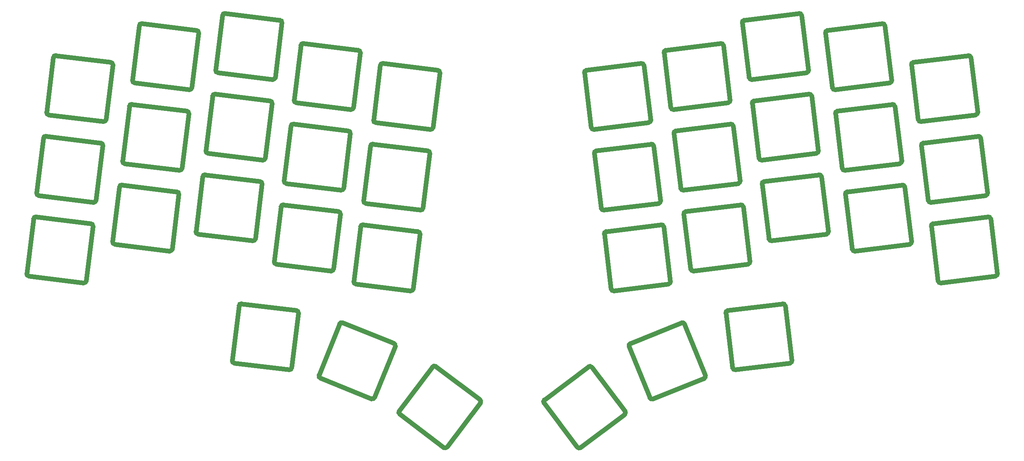
<source format=gbr>
%TF.GenerationSoftware,KiCad,Pcbnew,7.0.10-7.0.10~ubuntu22.04.1*%
%TF.CreationDate,2024-01-12T22:59:23+01:00*%
%TF.ProjectId,plate,706c6174-652e-46b6-9963-61645f706362,rev?*%
%TF.SameCoordinates,Original*%
%TF.FileFunction,Soldermask,Top*%
%TF.FilePolarity,Negative*%
%FSLAX46Y46*%
G04 Gerber Fmt 4.6, Leading zero omitted, Abs format (unit mm)*
G04 Created by KiCad (PCBNEW 7.0.10-7.0.10~ubuntu22.04.1) date 2024-01-12 22:59:23*
%MOMM*%
%LPD*%
G01*
G04 APERTURE LIST*
%ADD10C,1.100000*%
G04 APERTURE END LIST*
D10*
%TO.C,MX19*%
X241839405Y-75353206D02*
X240255103Y-62450106D01*
X239697896Y-62014767D02*
X226794796Y-63599069D01*
X228500966Y-77494715D02*
X241404066Y-75910413D01*
X226359457Y-64156276D02*
X227943759Y-77059376D01*
X241404066Y-75910412D02*
G75*
G03*
X241839404Y-75353206I-60935J496273D01*
G01*
X240255102Y-62450106D02*
G75*
G03*
X239697896Y-62014768I-496273J-60935D01*
G01*
X227946319Y-77057938D02*
G75*
G03*
X228503574Y-77493270I496346J61029D01*
G01*
X226794796Y-63599070D02*
G75*
G03*
X226359458Y-64156276I60934J-496272D01*
G01*
%TO.C,MX17*%
X204025777Y-79996134D02*
X202441475Y-67093034D01*
X201884268Y-66657695D02*
X188981168Y-68241997D01*
X190687338Y-82137643D02*
X203590438Y-80553341D01*
X188545829Y-68799204D02*
X190130131Y-81702304D01*
X203590438Y-80553340D02*
G75*
G03*
X204025776Y-79996134I-60935J496273D01*
G01*
X202441474Y-67093034D02*
G75*
G03*
X201884268Y-66657696I-496273J-60935D01*
G01*
X190132691Y-81700866D02*
G75*
G03*
X190689946Y-82136198I496346J61029D01*
G01*
X188981168Y-68241998D02*
G75*
G03*
X188545830Y-68799204I60934J-496272D01*
G01*
%TO.C,MX11*%
X53282830Y-84539303D02*
X54867132Y-71636203D01*
X54431793Y-71078996D02*
X41528693Y-69494694D01*
X39822523Y-83390340D02*
X52725623Y-84974642D01*
X40971486Y-69930033D02*
X39387184Y-82833133D01*
X52725623Y-84974641D02*
G75*
G03*
X53282829Y-84539303I60933J496273D01*
G01*
X54867131Y-71636203D02*
G75*
G03*
X54431793Y-71078997I-496273J60933D01*
G01*
X39390017Y-82832356D02*
G75*
G03*
X39825402Y-83389568I496366J-60861D01*
G01*
X41528693Y-69494695D02*
G75*
G03*
X40971487Y-69930033I-60934J-496272D01*
G01*
%TO.C,MX4*%
X113528193Y-62795491D02*
X115112495Y-49892391D01*
X114677156Y-49335184D02*
X101774056Y-47750882D01*
X100067886Y-61646528D02*
X112970986Y-63230830D01*
X101216849Y-48186221D02*
X99632547Y-61089321D01*
X112970986Y-63230829D02*
G75*
G03*
X113528192Y-62795491I60933J496273D01*
G01*
X115112494Y-49892391D02*
G75*
G03*
X114677156Y-49335185I-496273J60933D01*
G01*
X99635380Y-61088544D02*
G75*
G03*
X100070765Y-61645756I496366J-60861D01*
G01*
X101774056Y-47750883D02*
G75*
G03*
X101216850Y-48186221I-60934J-496272D01*
G01*
%TO.C,MX27*%
X206347243Y-98902948D02*
X204762941Y-85999848D01*
X204205734Y-85564509D02*
X191302634Y-87148811D01*
X193008804Y-101044457D02*
X205911904Y-99460155D01*
X190867295Y-87706018D02*
X192451597Y-100609118D01*
X205911904Y-99460154D02*
G75*
G03*
X206347242Y-98902948I-60935J496273D01*
G01*
X204762940Y-85999848D02*
G75*
G03*
X204205734Y-85564510I-496273J-60935D01*
G01*
X192454157Y-100607680D02*
G75*
G03*
X193011412Y-101043012I496346J61029D01*
G01*
X191302634Y-87148812D02*
G75*
G03*
X190867296Y-87706018I60934J-496272D01*
G01*
%TO.C,MX13*%
X92878795Y-74666248D02*
X94463097Y-61763148D01*
X94027758Y-61205941D02*
X81124658Y-59621639D01*
X79418488Y-73517285D02*
X92321588Y-75101587D01*
X80567451Y-60056978D02*
X78983149Y-72960078D01*
X92321588Y-75101586D02*
G75*
G03*
X92878794Y-74666248I60933J496273D01*
G01*
X94463096Y-61763148D02*
G75*
G03*
X94027758Y-61205942I-496273J60933D01*
G01*
X78985982Y-72959301D02*
G75*
G03*
X79421367Y-73516513I496366J-60861D01*
G01*
X81124658Y-59621640D02*
G75*
G03*
X80567452Y-60056978I-60934J-496272D01*
G01*
%TO.C,MX24*%
X108885262Y-100609118D02*
X110469564Y-87706018D01*
X110034225Y-87148811D02*
X97131125Y-85564509D01*
X95424955Y-99460155D02*
X108328055Y-101044457D01*
X96573918Y-85999848D02*
X94989616Y-98902948D01*
X108328055Y-101044456D02*
G75*
G03*
X108885261Y-100609118I60933J496273D01*
G01*
X110469563Y-87706018D02*
G75*
G03*
X110034225Y-87148812I-496273J60933D01*
G01*
X94992449Y-98902171D02*
G75*
G03*
X95427834Y-99459383I496366J-60861D01*
G01*
X97131125Y-85564510D02*
G75*
G03*
X96573919Y-85999848I-60934J-496272D01*
G01*
%TO.C,MX34*%
X177120292Y-133971716D02*
X169296697Y-123589454D01*
X168596472Y-123491044D02*
X158214210Y-131314639D01*
X166639620Y-142495536D02*
X177021882Y-134671941D01*
X158115800Y-132014864D02*
X165939395Y-142397126D01*
X177021881Y-134671940D02*
G75*
G03*
X177120291Y-133971716I-300908J399317D01*
G01*
X169296696Y-123589455D02*
G75*
G03*
X168596472Y-123491045I-399317J-300908D01*
G01*
X165940893Y-142394600D02*
G75*
G03*
X166641156Y-142492982I399334J301025D01*
G01*
X158214211Y-131314640D02*
G75*
G03*
X158115801Y-132014863I300907J-399317D01*
G01*
%TO.C,MX32*%
X118443274Y-130754982D02*
X123313160Y-118701592D01*
X123036871Y-118050697D02*
X110983481Y-113180811D01*
X105738989Y-126161385D02*
X117792379Y-131031271D01*
X110332586Y-113457100D02*
X105462700Y-125510490D01*
X117792379Y-131031270D02*
G75*
G03*
X118443274Y-130754982I187303J463592D01*
G01*
X123313159Y-118701592D02*
G75*
G03*
X123036871Y-118050697I-463592J187303D01*
G01*
X105465636Y-125510473D02*
G75*
G03*
X105741970Y-126161385I463702J-187256D01*
G01*
X110983481Y-113180812D02*
G75*
G03*
X110332587Y-113457100I-187303J-463591D01*
G01*
%TO.C,MX35*%
X195894275Y-125560633D02*
X191024389Y-113507243D01*
X190373494Y-113230954D02*
X178320104Y-118100840D01*
X183564596Y-131081414D02*
X195617986Y-126211528D01*
X178043815Y-118751735D02*
X182913701Y-130805125D01*
X195617986Y-126211528D02*
G75*
G03*
X195894274Y-125560633I-187304J463592D01*
G01*
X191024389Y-113507243D02*
G75*
G03*
X190373494Y-113230955I-463592J-187304D01*
G01*
X182915801Y-130803073D02*
G75*
G03*
X183566741Y-131079343I463638J187413D01*
G01*
X178320104Y-118100841D02*
G75*
G03*
X178043816Y-118751735I187303J-463591D01*
G01*
%TO.C,MX29*%
X244160870Y-94260021D02*
X242576568Y-81356921D01*
X242019361Y-80921582D02*
X229116261Y-82505884D01*
X230822431Y-96401530D02*
X243725531Y-94817228D01*
X228680922Y-83063091D02*
X230265224Y-95966191D01*
X243725531Y-94817227D02*
G75*
G03*
X244160869Y-94260021I-60935J496273D01*
G01*
X242576567Y-81356921D02*
G75*
G03*
X242019361Y-80921583I-496273J-60935D01*
G01*
X230267784Y-95964753D02*
G75*
G03*
X230825039Y-96400085I496346J61029D01*
G01*
X229116261Y-82505885D02*
G75*
G03*
X228680923Y-83063091I60934J-496272D01*
G01*
%TO.C,MX20*%
X261949677Y-82833133D02*
X260365375Y-69930033D01*
X259808168Y-69494694D02*
X246905068Y-71078996D01*
X248611238Y-84974642D02*
X261514338Y-83390340D01*
X246469729Y-71636203D02*
X248054031Y-84539303D01*
X261514338Y-83390339D02*
G75*
G03*
X261949676Y-82833133I-60935J496273D01*
G01*
X260365374Y-69930033D02*
G75*
G03*
X259808168Y-69494695I-496273J-60935D01*
G01*
X248056591Y-84537865D02*
G75*
G03*
X248613846Y-84973197I496346J61029D01*
G01*
X246905068Y-71078997D02*
G75*
G03*
X246469730Y-71636203I60934J-496272D01*
G01*
%TO.C,MX5*%
X132145567Y-67474254D02*
X133729869Y-54571154D01*
X133294530Y-54013947D02*
X120391430Y-52429645D01*
X118685260Y-66325291D02*
X131588360Y-67909593D01*
X119834223Y-52864984D02*
X118249921Y-65768084D01*
X131588360Y-67909592D02*
G75*
G03*
X132145566Y-67474254I60933J496273D01*
G01*
X133729868Y-54571154D02*
G75*
G03*
X133294530Y-54013948I-496273J60933D01*
G01*
X118252754Y-65767307D02*
G75*
G03*
X118688139Y-66324519I496366J-60861D01*
G01*
X120391430Y-52429646D02*
G75*
G03*
X119834224Y-52864984I-60934J-496272D01*
G01*
%TO.C,MX14*%
X111206727Y-81702304D02*
X112791029Y-68799204D01*
X112355690Y-68241997D02*
X99452590Y-66657695D01*
X97746420Y-80553341D02*
X110649520Y-82137643D01*
X98895383Y-67093034D02*
X97311081Y-79996134D01*
X110649520Y-82137642D02*
G75*
G03*
X111206726Y-81702304I60933J496273D01*
G01*
X112791028Y-68799204D02*
G75*
G03*
X112355690Y-68241998I-496273J60933D01*
G01*
X97313914Y-79995357D02*
G75*
G03*
X97749299Y-80552569I496366J-60861D01*
G01*
X99452590Y-66657696D02*
G75*
G03*
X98895384Y-67093034I-60934J-496272D01*
G01*
%TO.C,MX28*%
X224675172Y-91866894D02*
X223090870Y-78963794D01*
X222533663Y-78528455D02*
X209630563Y-80112757D01*
X211336733Y-94008403D02*
X224239833Y-92424101D01*
X209195224Y-80669964D02*
X210779526Y-93573064D01*
X224239833Y-92424100D02*
G75*
G03*
X224675171Y-91866894I-60935J496273D01*
G01*
X223090869Y-78963794D02*
G75*
G03*
X222533663Y-78528456I-496273J-60935D01*
G01*
X210782086Y-93571626D02*
G75*
G03*
X211339341Y-94006958I496346J61029D01*
G01*
X209630563Y-80112758D02*
G75*
G03*
X209195225Y-80669964I60934J-496272D01*
G01*
%TO.C,MX23*%
X90557331Y-93573060D02*
X92141633Y-80669960D01*
X91706294Y-80112753D02*
X78803194Y-78528451D01*
X77097024Y-92424097D02*
X90000124Y-94008399D01*
X78245987Y-78963790D02*
X76661685Y-91866890D01*
X90000124Y-94008398D02*
G75*
G03*
X90557330Y-93573060I60933J496273D01*
G01*
X92141632Y-80669960D02*
G75*
G03*
X91706294Y-80112754I-496273J60933D01*
G01*
X76664518Y-91866113D02*
G75*
G03*
X77099903Y-92423325I496366J-60861D01*
G01*
X78803194Y-78528452D02*
G75*
G03*
X78245988Y-78963790I-60934J-496272D01*
G01*
%TO.C,MX7*%
X201704313Y-61089321D02*
X200120011Y-48186221D01*
X199562804Y-47750882D02*
X186659704Y-49335184D01*
X188365874Y-63230830D02*
X201268974Y-61646528D01*
X186224365Y-49892391D02*
X187808667Y-62795491D01*
X201268974Y-61646527D02*
G75*
G03*
X201704312Y-61089321I-60935J496273D01*
G01*
X200120010Y-48186221D02*
G75*
G03*
X199562804Y-47750883I-496273J-60935D01*
G01*
X187811227Y-62794053D02*
G75*
G03*
X188368482Y-63229385I496346J61029D01*
G01*
X186659704Y-49335185D02*
G75*
G03*
X186224366Y-49892391I60934J-496272D01*
G01*
%TO.C,MX15*%
X129824104Y-86381067D02*
X131408406Y-73477967D01*
X130973067Y-72920760D02*
X118069967Y-71336458D01*
X116363797Y-85232104D02*
X129266897Y-86816406D01*
X117512760Y-71771797D02*
X115928458Y-84674897D01*
X129266897Y-86816405D02*
G75*
G03*
X129824103Y-86381067I60933J496273D01*
G01*
X131408405Y-73477967D02*
G75*
G03*
X130973067Y-72920761I-496273J60933D01*
G01*
X115931291Y-84674120D02*
G75*
G03*
X116366676Y-85231332I496366J-60861D01*
G01*
X118069967Y-71336459D02*
G75*
G03*
X117512761Y-71771797I-60934J-496272D01*
G01*
%TO.C,MX26*%
X187729868Y-103581711D02*
X186145566Y-90678611D01*
X185588359Y-90243272D02*
X172685259Y-91827574D01*
X174391429Y-105723220D02*
X187294529Y-104138918D01*
X172249920Y-92384781D02*
X173834222Y-105287881D01*
X187294529Y-104138917D02*
G75*
G03*
X187729867Y-103581711I-60935J496273D01*
G01*
X186145565Y-90678611D02*
G75*
G03*
X185588359Y-90243273I-496273J-60935D01*
G01*
X173836782Y-105286443D02*
G75*
G03*
X174394037Y-105721775I496346J61029D01*
G01*
X172685259Y-91827575D02*
G75*
G03*
X172249921Y-92384781I60934J-496272D01*
G01*
%TO.C,MX2*%
X75714569Y-58152563D02*
X77298871Y-45249463D01*
X76863532Y-44692256D02*
X63960432Y-43107954D01*
X62254262Y-57003600D02*
X75157362Y-58587902D01*
X63403225Y-43543293D02*
X61818923Y-56446393D01*
X75157362Y-58587901D02*
G75*
G03*
X75714568Y-58152563I60933J496273D01*
G01*
X77298870Y-45249463D02*
G75*
G03*
X76863532Y-44692257I-496273J60933D01*
G01*
X61821756Y-56445616D02*
G75*
G03*
X62257141Y-57002828I496366J-60861D01*
G01*
X63960432Y-43107955D02*
G75*
G03*
X63403226Y-43543293I-60934J-496272D01*
G01*
%TO.C,MX6*%
X183086937Y-65768085D02*
X181502635Y-52864985D01*
X180945428Y-52429646D02*
X168042328Y-54013948D01*
X169748498Y-67909594D02*
X182651598Y-66325292D01*
X167606989Y-54571155D02*
X169191291Y-67474255D01*
X182651598Y-66325291D02*
G75*
G03*
X183086936Y-65768085I-60935J496273D01*
G01*
X181502634Y-52864985D02*
G75*
G03*
X180945428Y-52429647I-496273J-60935D01*
G01*
X169193851Y-67472817D02*
G75*
G03*
X169751106Y-67908149I496346J61029D01*
G01*
X168042328Y-54013949D02*
G75*
G03*
X167606990Y-54571155I60934J-496272D01*
G01*
%TO.C,MX1*%
X55604295Y-65632490D02*
X57188597Y-52729390D01*
X56753258Y-52172183D02*
X43850158Y-50587881D01*
X42143988Y-64483527D02*
X55047088Y-66067829D01*
X43292951Y-51023220D02*
X41708649Y-63926320D01*
X55047088Y-66067828D02*
G75*
G03*
X55604294Y-65632490I60933J496273D01*
G01*
X57188596Y-52729390D02*
G75*
G03*
X56753258Y-52172184I-496273J60933D01*
G01*
X41711482Y-63925543D02*
G75*
G03*
X42146867Y-64482755I496366J-60861D01*
G01*
X43850158Y-50587882D02*
G75*
G03*
X43292952Y-51023220I-60934J-496272D01*
G01*
%TO.C,MX18*%
X222353710Y-72960077D02*
X220769408Y-60056977D01*
X220212201Y-59621638D02*
X207309101Y-61205940D01*
X209015271Y-75101586D02*
X221918371Y-73517284D01*
X206873762Y-61763147D02*
X208458064Y-74666247D01*
X221918371Y-73517283D02*
G75*
G03*
X222353709Y-72960077I-60935J496273D01*
G01*
X220769407Y-60056977D02*
G75*
G03*
X220212201Y-59621639I-496273J-60935D01*
G01*
X208460624Y-74664809D02*
G75*
G03*
X209017879Y-75100141I496346J61029D01*
G01*
X207309101Y-61205941D02*
G75*
G03*
X206873763Y-61763147I60934J-496272D01*
G01*
%TO.C,MX21*%
X50961363Y-103446116D02*
X52545665Y-90543016D01*
X52110326Y-89985809D02*
X39207226Y-88401507D01*
X37501056Y-102297153D02*
X50404156Y-103881455D01*
X38650019Y-88836846D02*
X37065717Y-101739946D01*
X50404156Y-103881454D02*
G75*
G03*
X50961362Y-103446116I60933J496273D01*
G01*
X52545664Y-90543016D02*
G75*
G03*
X52110326Y-89985810I-496273J60933D01*
G01*
X37068550Y-101739169D02*
G75*
G03*
X37503935Y-102296381I496366J-60861D01*
G01*
X39207226Y-88401508D02*
G75*
G03*
X38650020Y-88836846I-60934J-496272D01*
G01*
%TO.C,MX8*%
X220032247Y-54053263D02*
X218447945Y-41150163D01*
X217890738Y-40714824D02*
X204987638Y-42299126D01*
X206693808Y-56194772D02*
X219596908Y-54610470D01*
X204552299Y-42856333D02*
X206136601Y-55759433D01*
X219596908Y-54610469D02*
G75*
G03*
X220032246Y-54053263I-60935J496273D01*
G01*
X218447944Y-41150163D02*
G75*
G03*
X217890738Y-40714825I-496273J-60935D01*
G01*
X206139161Y-55757995D02*
G75*
G03*
X206696416Y-56193327I496346J61029D01*
G01*
X204987638Y-42299127D02*
G75*
G03*
X204552300Y-42856333I60934J-496272D01*
G01*
%TO.C,MX16*%
X185408402Y-84674898D02*
X183824100Y-71771798D01*
X183266893Y-71336459D02*
X170363793Y-72920761D01*
X172069963Y-86816407D02*
X184973063Y-85232105D01*
X169928454Y-73477968D02*
X171512756Y-86381068D01*
X184973063Y-85232104D02*
G75*
G03*
X185408401Y-84674898I-60935J496273D01*
G01*
X183824099Y-71771798D02*
G75*
G03*
X183266893Y-71336460I-496273J-60935D01*
G01*
X171515316Y-86379630D02*
G75*
G03*
X172072571Y-86814962I496346J61029D01*
G01*
X170363793Y-72920762D02*
G75*
G03*
X169928455Y-73477968I60934J-496272D01*
G01*
%TO.C,MX31*%
X99059908Y-123803287D02*
X100644210Y-110900187D01*
X100208871Y-110342980D02*
X87305771Y-108758678D01*
X85599601Y-122654324D02*
X98502701Y-124238626D01*
X86748564Y-109194017D02*
X85164262Y-122097117D01*
X98502701Y-124238625D02*
G75*
G03*
X99059907Y-123803287I60933J496273D01*
G01*
X100644209Y-110900187D02*
G75*
G03*
X100208871Y-110342981I-496273J60933D01*
G01*
X85167095Y-122096340D02*
G75*
G03*
X85602480Y-122653552I496366J-60861D01*
G01*
X87305771Y-108758679D02*
G75*
G03*
X86748565Y-109194017I-60934J-496272D01*
G01*
%TO.C,MX30*%
X264271141Y-101739947D02*
X262686839Y-88836847D01*
X262129632Y-88401508D02*
X249226532Y-89985810D01*
X250932702Y-103881456D02*
X263835802Y-102297154D01*
X248791193Y-90543017D02*
X250375495Y-103446117D01*
X263835802Y-102297153D02*
G75*
G03*
X264271140Y-101739947I-60935J496273D01*
G01*
X262686838Y-88836847D02*
G75*
G03*
X262129632Y-88401509I-496273J-60935D01*
G01*
X250378055Y-103444679D02*
G75*
G03*
X250935310Y-103880011I496346J61029D01*
G01*
X249226532Y-89985811D02*
G75*
G03*
X248791194Y-90543017I60934J-496272D01*
G01*
%TO.C,MX10*%
X259628213Y-63926320D02*
X258043911Y-51023220D01*
X257486704Y-50587881D02*
X244583604Y-52172183D01*
X246289774Y-66067829D02*
X259192874Y-64483527D01*
X244148265Y-52729390D02*
X245732567Y-65632490D01*
X259192874Y-64483526D02*
G75*
G03*
X259628212Y-63926320I-60935J496273D01*
G01*
X258043910Y-51023220D02*
G75*
G03*
X257486704Y-50587882I-496273J-60935D01*
G01*
X245735127Y-65631052D02*
G75*
G03*
X246292382Y-66066384I496346J61029D01*
G01*
X244583604Y-52172184D02*
G75*
G03*
X244148266Y-52729390I60934J-496272D01*
G01*
%TO.C,MX9*%
X239517939Y-56446393D02*
X237933637Y-43543293D01*
X237376430Y-43107954D02*
X224473330Y-44692256D01*
X226179500Y-58587902D02*
X239082600Y-57003600D01*
X224037991Y-45249463D02*
X225622293Y-58152563D01*
X239082600Y-57003599D02*
G75*
G03*
X239517938Y-56446393I-60935J496273D01*
G01*
X237933636Y-43543293D02*
G75*
G03*
X237376430Y-43107955I-496273J-60935D01*
G01*
X225624853Y-58151125D02*
G75*
G03*
X226182108Y-58586457I496346J61029D01*
G01*
X224473330Y-44692257D02*
G75*
G03*
X224037992Y-45249463I60934J-496272D01*
G01*
%TO.C,MX33*%
X135417306Y-142347284D02*
X143240901Y-131965022D01*
X143142491Y-131264797D02*
X132760229Y-123441202D01*
X124334819Y-134622099D02*
X134717081Y-142445694D01*
X132060004Y-123539612D02*
X124236409Y-133921874D01*
X134717081Y-142445694D02*
G75*
G03*
X135417306Y-142347284I300907J399319D01*
G01*
X143240901Y-131965022D02*
G75*
G03*
X143142491Y-131264797I-399319J300907D01*
G01*
X124239250Y-133922618D02*
G75*
G03*
X124337699Y-134622870I399435J-300890D01*
G01*
X132760229Y-123441202D02*
G75*
G03*
X132060004Y-123539612I-300907J-399318D01*
G01*
%TO.C,MX36*%
X216172600Y-122097117D02*
X214588298Y-109194017D01*
X214031091Y-108758678D02*
X201127991Y-110342980D01*
X202834161Y-124238626D02*
X215737261Y-122654324D01*
X200692652Y-110900187D02*
X202276954Y-123803287D01*
X215737261Y-122654323D02*
G75*
G03*
X216172599Y-122097117I-60935J496273D01*
G01*
X214588297Y-109194017D02*
G75*
G03*
X214031091Y-108758679I-496273J-60935D01*
G01*
X202279514Y-123801849D02*
G75*
G03*
X202836769Y-124237181I496346J61029D01*
G01*
X201127991Y-110342981D02*
G75*
G03*
X200692653Y-110900187I60934J-496272D01*
G01*
%TO.C,MX12*%
X73393102Y-77059377D02*
X74977404Y-64156277D01*
X74542065Y-63599070D02*
X61638965Y-62014768D01*
X59932795Y-75910414D02*
X72835895Y-77494716D01*
X61081758Y-62450107D02*
X59497456Y-75353207D01*
X72835895Y-77494715D02*
G75*
G03*
X73393101Y-77059377I60933J496273D01*
G01*
X74977403Y-64156277D02*
G75*
G03*
X74542065Y-63599071I-496273J60933D01*
G01*
X59500289Y-75352430D02*
G75*
G03*
X59935674Y-75909642I496366J-60861D01*
G01*
X61638965Y-62014769D02*
G75*
G03*
X61081759Y-62450107I-60934J-496272D01*
G01*
%TO.C,MX25*%
X127502636Y-105287880D02*
X129086938Y-92384780D01*
X128651599Y-91827573D02*
X115748499Y-90243271D01*
X114042329Y-104138917D02*
X126945429Y-105723219D01*
X115191292Y-90678610D02*
X113606990Y-103581710D01*
X126945429Y-105723218D02*
G75*
G03*
X127502635Y-105287880I60933J496273D01*
G01*
X129086937Y-92384780D02*
G75*
G03*
X128651599Y-91827574I-496273J60933D01*
G01*
X113609823Y-103580933D02*
G75*
G03*
X114045208Y-104138145I496366J-60861D01*
G01*
X115748499Y-90243272D02*
G75*
G03*
X115191293Y-90678610I-60934J-496272D01*
G01*
%TO.C,MX22*%
X71071638Y-95966189D02*
X72655940Y-83063089D01*
X72220601Y-82505882D02*
X59317501Y-80921580D01*
X57611331Y-94817226D02*
X70514431Y-96401528D01*
X58760294Y-81356919D02*
X57175992Y-94260019D01*
X70514431Y-96401527D02*
G75*
G03*
X71071637Y-95966189I60933J496273D01*
G01*
X72655939Y-83063089D02*
G75*
G03*
X72220601Y-82505883I-496273J60933D01*
G01*
X57178825Y-94259242D02*
G75*
G03*
X57614210Y-94816454I496366J-60861D01*
G01*
X59317501Y-80921581D02*
G75*
G03*
X58760295Y-81356919I-60934J-496272D01*
G01*
%TO.C,MX3*%
X95200259Y-55759433D02*
X96784561Y-42856333D01*
X96349222Y-42299126D02*
X83446122Y-40714824D01*
X81739952Y-54610470D02*
X94643052Y-56194772D01*
X82888915Y-41150163D02*
X81304613Y-54053263D01*
X94643052Y-56194771D02*
G75*
G03*
X95200258Y-55759433I60933J496273D01*
G01*
X96784560Y-42856333D02*
G75*
G03*
X96349222Y-42299127I-496273J60933D01*
G01*
X81307446Y-54052486D02*
G75*
G03*
X81742831Y-54609698I496366J-60861D01*
G01*
X83446122Y-40714825D02*
G75*
G03*
X82888916Y-41150163I-60934J-496272D01*
G01*
%TD*%
M02*

</source>
